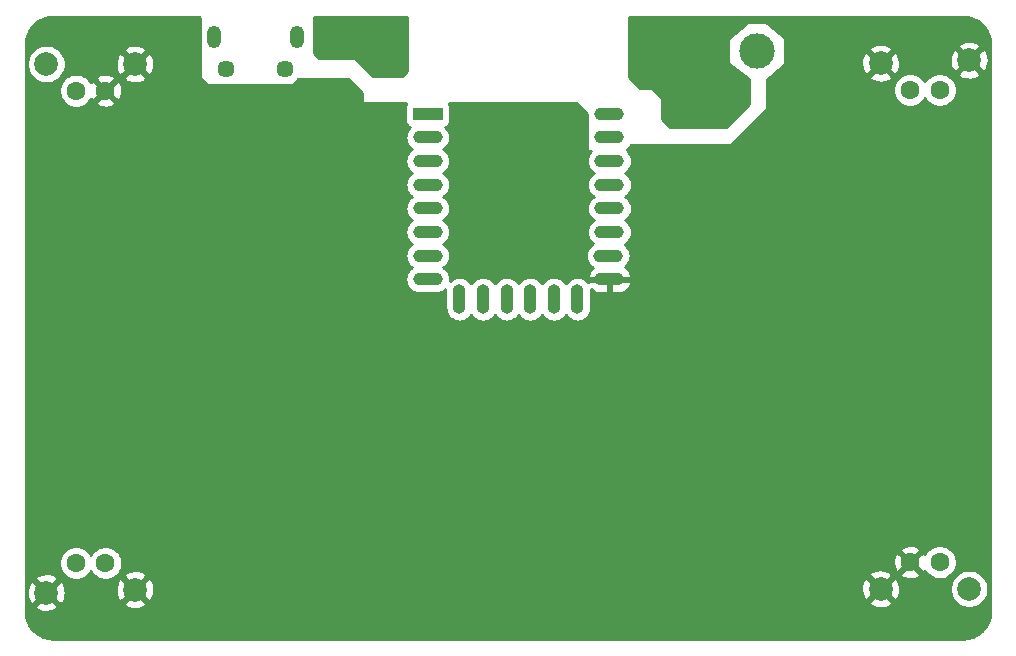
<source format=gbl>
%TF.GenerationSoftware,KiCad,Pcbnew,5.1.12-84ad8e8a86~92~ubuntu20.04.1*%
%TF.CreationDate,2022-11-18T17:27:09+01:00*%
%TF.ProjectId,pongCard,706f6e67-4361-4726-942e-6b696361645f,rev?*%
%TF.SameCoordinates,Original*%
%TF.FileFunction,Copper,L2,Bot*%
%TF.FilePolarity,Positive*%
%FSLAX46Y46*%
G04 Gerber Fmt 4.6, Leading zero omitted, Abs format (unit mm)*
G04 Created by KiCad (PCBNEW 5.1.12-84ad8e8a86~92~ubuntu20.04.1) date 2022-11-18 17:27:09*
%MOMM*%
%LPD*%
G01*
G04 APERTURE LIST*
%TA.AperFunction,ComponentPad*%
%ADD10C,1.600000*%
%TD*%
%TA.AperFunction,ComponentPad*%
%ADD11C,2.000000*%
%TD*%
%TA.AperFunction,ComponentPad*%
%ADD12O,1.100000X2.500000*%
%TD*%
%TA.AperFunction,ComponentPad*%
%ADD13O,2.500000X1.100000*%
%TD*%
%TA.AperFunction,ComponentPad*%
%ADD14R,2.500000X1.100000*%
%TD*%
%TA.AperFunction,ComponentPad*%
%ADD15O,1.200000X1.900000*%
%TD*%
%TA.AperFunction,ComponentPad*%
%ADD16C,1.450000*%
%TD*%
%TA.AperFunction,ComponentPad*%
%ADD17C,3.000000*%
%TD*%
%TA.AperFunction,Conductor*%
%ADD18C,0.254000*%
%TD*%
%TA.AperFunction,Conductor*%
%ADD19C,0.100000*%
%TD*%
%TA.AperFunction,NonConductor*%
%ADD20C,0.254000*%
%TD*%
%TA.AperFunction,NonConductor*%
%ADD21C,0.100000*%
%TD*%
G04 APERTURE END LIST*
D10*
%TO.P,RV2,2*%
%TO.N,Net-(R5-Pad2)*%
X65405000Y-67424000D03*
%TO.P,RV2,MP*%
%TO.N,GND*%
X67905000Y-67424000D03*
%TO.P,RV2,L*%
%TO.N,N/C*%
X67905000Y-107424000D03*
%TO.P,RV2,3*%
%TO.N,Net-(RV2-Pad3)*%
X65405000Y-107424000D03*
D11*
%TO.P,RV2,1*%
%TO.N,Net-(RV2-Pad1)*%
X62905000Y-65174000D03*
%TO.P,RV2,MP*%
%TO.N,GND*%
X70405000Y-65174000D03*
X70405000Y-109674000D03*
X62905000Y-109924000D03*
%TD*%
D10*
%TO.P,RV1,2*%
%TO.N,Net-(R5-Pad2)*%
X138537000Y-107358000D03*
%TO.P,RV1,MP*%
%TO.N,GND*%
X136037000Y-107358000D03*
%TO.P,RV1,L*%
%TO.N,N/C*%
X136037000Y-67358000D03*
%TO.P,RV1,3*%
%TO.N,Net-(RV1-Pad3)*%
X138537000Y-67358000D03*
D11*
%TO.P,RV1,1*%
%TO.N,Net-(RV1-Pad1)*%
X141037000Y-109608000D03*
%TO.P,RV1,MP*%
%TO.N,GND*%
X133537000Y-109608000D03*
X133537000Y-65108000D03*
X141037000Y-64858000D03*
%TD*%
D12*
%TO.P,U3,22*%
%TO.N,Net-(U3-Pad22)*%
X107875000Y-85090000D03*
%TO.P,U3,21*%
%TO.N,Net-(U3-Pad21)*%
X105875000Y-85090000D03*
%TO.P,U3,20*%
%TO.N,Net-(U3-Pad20)*%
X103875000Y-85090000D03*
%TO.P,U3,19*%
%TO.N,Net-(U3-Pad19)*%
X101875000Y-85090000D03*
%TO.P,U3,18*%
%TO.N,Net-(U3-Pad18)*%
X99875000Y-85090000D03*
%TO.P,U3,17*%
%TO.N,Net-(U3-Pad17)*%
X97875000Y-85090000D03*
D13*
%TO.P,U3,16*%
%TO.N,Net-(U3-Pad16)*%
X110585000Y-69390000D03*
%TO.P,U3,15*%
%TO.N,Ant*%
X110585000Y-71390000D03*
%TO.P,U3,14*%
%TO.N,Net-(RV1-Pad3)*%
X110585000Y-73390000D03*
%TO.P,U3,13*%
%TO.N,Net-(RV2-Pad3)*%
X110585000Y-75390000D03*
%TO.P,U3,12*%
%TO.N,Net-(U3-Pad12)*%
X110585000Y-77390000D03*
%TO.P,U3,11*%
%TO.N,Net-(U3-Pad11)*%
X110585000Y-79390000D03*
%TO.P,U3,10*%
%TO.N,Net-(U3-Pad10)*%
X110485000Y-81390000D03*
%TO.P,U3,9*%
%TO.N,GND*%
X110585000Y-83390000D03*
%TO.P,U3,8*%
%TO.N,+3V3*%
X95185000Y-83390000D03*
%TO.P,U3,7*%
%TO.N,Net-(U3-Pad7)*%
X95185000Y-81390000D03*
%TO.P,U3,6*%
%TO.N,Net-(U3-Pad6)*%
X95185000Y-79390000D03*
%TO.P,U3,5*%
%TO.N,Net-(U3-Pad5)*%
X95185000Y-77390000D03*
%TO.P,U3,4*%
%TO.N,Net-(U3-Pad4)*%
X95185000Y-75390000D03*
%TO.P,U3,3*%
%TO.N,Net-(U3-Pad3)*%
X95185000Y-73390000D03*
%TO.P,U3,2*%
%TO.N,Net-(R5-Pad2)*%
X95185000Y-71390000D03*
D14*
%TO.P,U3,1*%
%TO.N,Net-(R4-Pad2)*%
X95185000Y-69390000D03*
%TD*%
D15*
%TO.P,J1,6*%
%TO.N,Net-(J1-Pad6)*%
X77145000Y-62897500D03*
X84145000Y-62897500D03*
D16*
X78145000Y-65597500D03*
X83145000Y-65597500D03*
%TD*%
D17*
%TO.P,AE1,1*%
%TO.N,Ant*%
X123063000Y-64056000D03*
%TD*%
D18*
%TO.N,GND*%
X75946000Y-61314606D02*
X75946000Y-62245632D01*
X75927870Y-62305398D01*
X75910000Y-62486835D01*
X75910000Y-63308164D01*
X75927870Y-63489601D01*
X75946000Y-63549367D01*
X75946000Y-66342000D01*
X75948440Y-66366776D01*
X75955667Y-66390601D01*
X75967403Y-66412557D01*
X75983197Y-66431803D01*
X76491197Y-66939803D01*
X76510443Y-66955597D01*
X76532399Y-66967333D01*
X76556224Y-66974560D01*
X76581000Y-66977000D01*
X83693000Y-66977000D01*
X83717776Y-66974560D01*
X83741601Y-66967333D01*
X83763557Y-66955597D01*
X83782803Y-66939803D01*
X84253606Y-66469000D01*
X88466394Y-66469000D01*
X89662000Y-67664606D01*
X89662000Y-68374000D01*
X89664440Y-68398776D01*
X89671667Y-68422601D01*
X89683403Y-68444557D01*
X89699197Y-68463803D01*
X89718443Y-68479597D01*
X89740399Y-68491333D01*
X89764224Y-68498560D01*
X89789000Y-68501000D01*
X93396181Y-68501000D01*
X93345498Y-68595820D01*
X93309188Y-68715518D01*
X93296928Y-68840000D01*
X93296928Y-69940000D01*
X93309188Y-70064482D01*
X93345498Y-70184180D01*
X93404463Y-70294494D01*
X93483815Y-70391185D01*
X93580506Y-70470537D01*
X93675544Y-70521337D01*
X93643025Y-70548025D01*
X93494942Y-70728464D01*
X93384906Y-70934326D01*
X93317147Y-71157700D01*
X93294267Y-71390000D01*
X93317147Y-71622300D01*
X93384906Y-71845674D01*
X93494942Y-72051536D01*
X93643025Y-72231975D01*
X93823464Y-72380058D01*
X93842064Y-72390000D01*
X93823464Y-72399942D01*
X93643025Y-72548025D01*
X93494942Y-72728464D01*
X93384906Y-72934326D01*
X93317147Y-73157700D01*
X93294267Y-73390000D01*
X93317147Y-73622300D01*
X93384906Y-73845674D01*
X93494942Y-74051536D01*
X93643025Y-74231975D01*
X93823464Y-74380058D01*
X93842064Y-74390000D01*
X93823464Y-74399942D01*
X93643025Y-74548025D01*
X93494942Y-74728464D01*
X93384906Y-74934326D01*
X93317147Y-75157700D01*
X93294267Y-75390000D01*
X93317147Y-75622300D01*
X93384906Y-75845674D01*
X93494942Y-76051536D01*
X93643025Y-76231975D01*
X93823464Y-76380058D01*
X93842064Y-76390000D01*
X93823464Y-76399942D01*
X93643025Y-76548025D01*
X93494942Y-76728464D01*
X93384906Y-76934326D01*
X93317147Y-77157700D01*
X93294267Y-77390000D01*
X93317147Y-77622300D01*
X93384906Y-77845674D01*
X93494942Y-78051536D01*
X93643025Y-78231975D01*
X93823464Y-78380058D01*
X93842064Y-78390000D01*
X93823464Y-78399942D01*
X93643025Y-78548025D01*
X93494942Y-78728464D01*
X93384906Y-78934326D01*
X93317147Y-79157700D01*
X93294267Y-79390000D01*
X93317147Y-79622300D01*
X93384906Y-79845674D01*
X93494942Y-80051536D01*
X93643025Y-80231975D01*
X93823464Y-80380058D01*
X93842064Y-80390000D01*
X93823464Y-80399942D01*
X93643025Y-80548025D01*
X93494942Y-80728464D01*
X93384906Y-80934326D01*
X93317147Y-81157700D01*
X93294267Y-81390000D01*
X93317147Y-81622300D01*
X93384906Y-81845674D01*
X93494942Y-82051536D01*
X93643025Y-82231975D01*
X93823464Y-82380058D01*
X93842064Y-82390000D01*
X93823464Y-82399942D01*
X93643025Y-82548025D01*
X93494942Y-82728464D01*
X93384906Y-82934326D01*
X93317147Y-83157700D01*
X93294267Y-83390000D01*
X93317147Y-83622300D01*
X93384906Y-83845674D01*
X93494942Y-84051536D01*
X93643025Y-84231975D01*
X93823464Y-84380058D01*
X94029326Y-84490094D01*
X94252700Y-84557853D01*
X94426793Y-84575000D01*
X95943207Y-84575000D01*
X96117300Y-84557853D01*
X96340674Y-84490094D01*
X96546536Y-84380058D01*
X96697445Y-84256210D01*
X96690000Y-84331794D01*
X96690000Y-85848207D01*
X96707147Y-86022300D01*
X96774906Y-86245674D01*
X96884943Y-86451536D01*
X97033026Y-86631975D01*
X97213465Y-86780058D01*
X97419327Y-86890094D01*
X97642701Y-86957853D01*
X97875000Y-86980733D01*
X98107300Y-86957853D01*
X98330674Y-86890094D01*
X98536536Y-86780058D01*
X98716975Y-86631975D01*
X98865058Y-86451536D01*
X98875000Y-86432935D01*
X98884943Y-86451536D01*
X99033026Y-86631975D01*
X99213465Y-86780058D01*
X99419327Y-86890094D01*
X99642701Y-86957853D01*
X99875000Y-86980733D01*
X100107300Y-86957853D01*
X100330674Y-86890094D01*
X100536536Y-86780058D01*
X100716975Y-86631975D01*
X100865058Y-86451536D01*
X100875000Y-86432935D01*
X100884943Y-86451536D01*
X101033026Y-86631975D01*
X101213465Y-86780058D01*
X101419327Y-86890094D01*
X101642701Y-86957853D01*
X101875000Y-86980733D01*
X102107300Y-86957853D01*
X102330674Y-86890094D01*
X102536536Y-86780058D01*
X102716975Y-86631975D01*
X102865058Y-86451536D01*
X102875000Y-86432935D01*
X102884943Y-86451536D01*
X103033026Y-86631975D01*
X103213465Y-86780058D01*
X103419327Y-86890094D01*
X103642701Y-86957853D01*
X103875000Y-86980733D01*
X104107300Y-86957853D01*
X104330674Y-86890094D01*
X104536536Y-86780058D01*
X104716975Y-86631975D01*
X104865058Y-86451536D01*
X104875000Y-86432935D01*
X104884943Y-86451536D01*
X105033026Y-86631975D01*
X105213465Y-86780058D01*
X105419327Y-86890094D01*
X105642701Y-86957853D01*
X105875000Y-86980733D01*
X106107300Y-86957853D01*
X106330674Y-86890094D01*
X106536536Y-86780058D01*
X106716975Y-86631975D01*
X106865058Y-86451536D01*
X106875000Y-86432935D01*
X106884943Y-86451536D01*
X107033026Y-86631975D01*
X107213465Y-86780058D01*
X107419327Y-86890094D01*
X107642701Y-86957853D01*
X107875000Y-86980733D01*
X108107300Y-86957853D01*
X108330674Y-86890094D01*
X108536536Y-86780058D01*
X108716975Y-86631975D01*
X108865058Y-86451536D01*
X108975094Y-86245674D01*
X109042853Y-86022300D01*
X109060000Y-85848207D01*
X109060000Y-84331793D01*
X109050239Y-84232694D01*
X109121052Y-84304734D01*
X109314187Y-84436196D01*
X109529258Y-84527454D01*
X109758000Y-84575000D01*
X110458000Y-84575000D01*
X110458000Y-83517000D01*
X110712000Y-83517000D01*
X110712000Y-84575000D01*
X111412000Y-84575000D01*
X111640742Y-84527454D01*
X111855813Y-84436196D01*
X112048948Y-84304734D01*
X112212725Y-84138119D01*
X112340850Y-83942754D01*
X112428399Y-83726147D01*
X112428803Y-83699744D01*
X112303361Y-83517000D01*
X110712000Y-83517000D01*
X110458000Y-83517000D01*
X108866639Y-83517000D01*
X108786876Y-83633199D01*
X108716975Y-83548025D01*
X108536535Y-83399942D01*
X108330673Y-83289906D01*
X108107299Y-83222147D01*
X107875000Y-83199267D01*
X107642700Y-83222147D01*
X107419326Y-83289906D01*
X107213464Y-83399942D01*
X107033025Y-83548025D01*
X106884942Y-83728465D01*
X106875000Y-83747065D01*
X106865058Y-83728464D01*
X106716975Y-83548025D01*
X106536535Y-83399942D01*
X106330673Y-83289906D01*
X106107299Y-83222147D01*
X105875000Y-83199267D01*
X105642700Y-83222147D01*
X105419326Y-83289906D01*
X105213464Y-83399942D01*
X105033025Y-83548025D01*
X104884942Y-83728465D01*
X104875000Y-83747065D01*
X104865058Y-83728464D01*
X104716975Y-83548025D01*
X104536535Y-83399942D01*
X104330673Y-83289906D01*
X104107299Y-83222147D01*
X103875000Y-83199267D01*
X103642700Y-83222147D01*
X103419326Y-83289906D01*
X103213464Y-83399942D01*
X103033025Y-83548025D01*
X102884942Y-83728465D01*
X102875000Y-83747065D01*
X102865058Y-83728464D01*
X102716975Y-83548025D01*
X102536535Y-83399942D01*
X102330673Y-83289906D01*
X102107299Y-83222147D01*
X101875000Y-83199267D01*
X101642700Y-83222147D01*
X101419326Y-83289906D01*
X101213464Y-83399942D01*
X101033025Y-83548025D01*
X100884942Y-83728465D01*
X100875000Y-83747065D01*
X100865058Y-83728464D01*
X100716975Y-83548025D01*
X100536535Y-83399942D01*
X100330673Y-83289906D01*
X100107299Y-83222147D01*
X99875000Y-83199267D01*
X99642700Y-83222147D01*
X99419326Y-83289906D01*
X99213464Y-83399942D01*
X99033025Y-83548025D01*
X98884942Y-83728465D01*
X98875000Y-83747065D01*
X98865058Y-83728464D01*
X98716975Y-83548025D01*
X98536535Y-83399942D01*
X98330673Y-83289906D01*
X98107299Y-83222147D01*
X97875000Y-83199267D01*
X97642700Y-83222147D01*
X97419326Y-83289906D01*
X97213464Y-83399942D01*
X97062556Y-83523790D01*
X97075733Y-83390000D01*
X97052853Y-83157700D01*
X96985094Y-82934326D01*
X96875058Y-82728464D01*
X96726975Y-82548025D01*
X96546536Y-82399942D01*
X96527936Y-82390000D01*
X96546536Y-82380058D01*
X96726975Y-82231975D01*
X96875058Y-82051536D01*
X96985094Y-81845674D01*
X97052853Y-81622300D01*
X97075733Y-81390000D01*
X97052853Y-81157700D01*
X96985094Y-80934326D01*
X96875058Y-80728464D01*
X96726975Y-80548025D01*
X96546536Y-80399942D01*
X96527936Y-80390000D01*
X96546536Y-80380058D01*
X96726975Y-80231975D01*
X96875058Y-80051536D01*
X96985094Y-79845674D01*
X97052853Y-79622300D01*
X97075733Y-79390000D01*
X97052853Y-79157700D01*
X96985094Y-78934326D01*
X96875058Y-78728464D01*
X96726975Y-78548025D01*
X96546536Y-78399942D01*
X96527936Y-78390000D01*
X96546536Y-78380058D01*
X96726975Y-78231975D01*
X96875058Y-78051536D01*
X96985094Y-77845674D01*
X97052853Y-77622300D01*
X97075733Y-77390000D01*
X97052853Y-77157700D01*
X96985094Y-76934326D01*
X96875058Y-76728464D01*
X96726975Y-76548025D01*
X96546536Y-76399942D01*
X96527936Y-76390000D01*
X96546536Y-76380058D01*
X96726975Y-76231975D01*
X96875058Y-76051536D01*
X96985094Y-75845674D01*
X97052853Y-75622300D01*
X97075733Y-75390000D01*
X97052853Y-75157700D01*
X96985094Y-74934326D01*
X96875058Y-74728464D01*
X96726975Y-74548025D01*
X96546536Y-74399942D01*
X96527936Y-74390000D01*
X96546536Y-74380058D01*
X96726975Y-74231975D01*
X96875058Y-74051536D01*
X96985094Y-73845674D01*
X97052853Y-73622300D01*
X97075733Y-73390000D01*
X97052853Y-73157700D01*
X96985094Y-72934326D01*
X96875058Y-72728464D01*
X96726975Y-72548025D01*
X96546536Y-72399942D01*
X96527936Y-72390000D01*
X96546536Y-72380058D01*
X96726975Y-72231975D01*
X96875058Y-72051536D01*
X96985094Y-71845674D01*
X97052853Y-71622300D01*
X97075733Y-71390000D01*
X97052853Y-71157700D01*
X96985094Y-70934326D01*
X96875058Y-70728464D01*
X96726975Y-70548025D01*
X96694456Y-70521337D01*
X96789494Y-70470537D01*
X96886185Y-70391185D01*
X96965537Y-70294494D01*
X97024502Y-70184180D01*
X97060812Y-70064482D01*
X97073072Y-69940000D01*
X97073072Y-68840000D01*
X97060812Y-68715518D01*
X97024502Y-68595820D01*
X96973819Y-68501000D01*
X107770394Y-68501000D01*
X108698077Y-69428683D01*
X108712000Y-69570043D01*
X108712000Y-71209957D01*
X108694267Y-71390000D01*
X108712000Y-71570043D01*
X108712000Y-72438000D01*
X108714440Y-72462776D01*
X108721667Y-72486601D01*
X108733403Y-72508557D01*
X108749197Y-72527803D01*
X108768443Y-72543597D01*
X108790399Y-72555333D01*
X108814224Y-72562560D01*
X108839000Y-72565000D01*
X109029094Y-72565000D01*
X108894942Y-72728464D01*
X108784906Y-72934326D01*
X108717147Y-73157700D01*
X108694267Y-73390000D01*
X108717147Y-73622300D01*
X108784906Y-73845674D01*
X108894942Y-74051536D01*
X109043025Y-74231975D01*
X109223464Y-74380058D01*
X109242064Y-74390000D01*
X109223464Y-74399942D01*
X109043025Y-74548025D01*
X108894942Y-74728464D01*
X108784906Y-74934326D01*
X108717147Y-75157700D01*
X108694267Y-75390000D01*
X108717147Y-75622300D01*
X108784906Y-75845674D01*
X108894942Y-76051536D01*
X109043025Y-76231975D01*
X109223464Y-76380058D01*
X109242064Y-76390000D01*
X109223464Y-76399942D01*
X109043025Y-76548025D01*
X108894942Y-76728464D01*
X108784906Y-76934326D01*
X108717147Y-77157700D01*
X108694267Y-77390000D01*
X108717147Y-77622300D01*
X108784906Y-77845674D01*
X108894942Y-78051536D01*
X109043025Y-78231975D01*
X109223464Y-78380058D01*
X109242064Y-78390000D01*
X109223464Y-78399942D01*
X109043025Y-78548025D01*
X108894942Y-78728464D01*
X108784906Y-78934326D01*
X108717147Y-79157700D01*
X108694267Y-79390000D01*
X108717147Y-79622300D01*
X108784906Y-79845674D01*
X108894942Y-80051536D01*
X109043025Y-80231975D01*
X109198695Y-80359730D01*
X109123464Y-80399942D01*
X108943025Y-80548025D01*
X108794942Y-80728464D01*
X108684906Y-80934326D01*
X108617147Y-81157700D01*
X108594267Y-81390000D01*
X108617147Y-81622300D01*
X108684906Y-81845674D01*
X108794942Y-82051536D01*
X108943025Y-82231975D01*
X109123464Y-82380058D01*
X109200461Y-82421214D01*
X109121052Y-82475266D01*
X108957275Y-82641881D01*
X108829150Y-82837246D01*
X108741601Y-83053853D01*
X108741197Y-83080256D01*
X108866639Y-83263000D01*
X110458000Y-83263000D01*
X110458000Y-83243000D01*
X110712000Y-83243000D01*
X110712000Y-83263000D01*
X112303361Y-83263000D01*
X112428803Y-83080256D01*
X112428399Y-83053853D01*
X112340850Y-82837246D01*
X112212725Y-82641881D01*
X112048948Y-82475266D01*
X111874889Y-82356789D01*
X112026975Y-82231975D01*
X112175058Y-82051536D01*
X112285094Y-81845674D01*
X112352853Y-81622300D01*
X112375733Y-81390000D01*
X112352853Y-81157700D01*
X112285094Y-80934326D01*
X112175058Y-80728464D01*
X112026975Y-80548025D01*
X111871305Y-80420270D01*
X111946536Y-80380058D01*
X112126975Y-80231975D01*
X112275058Y-80051536D01*
X112385094Y-79845674D01*
X112452853Y-79622300D01*
X112475733Y-79390000D01*
X112452853Y-79157700D01*
X112385094Y-78934326D01*
X112275058Y-78728464D01*
X112126975Y-78548025D01*
X111946536Y-78399942D01*
X111927936Y-78390000D01*
X111946536Y-78380058D01*
X112126975Y-78231975D01*
X112275058Y-78051536D01*
X112385094Y-77845674D01*
X112452853Y-77622300D01*
X112475733Y-77390000D01*
X112452853Y-77157700D01*
X112385094Y-76934326D01*
X112275058Y-76728464D01*
X112126975Y-76548025D01*
X111946536Y-76399942D01*
X111927936Y-76390000D01*
X111946536Y-76380058D01*
X112126975Y-76231975D01*
X112275058Y-76051536D01*
X112385094Y-75845674D01*
X112452853Y-75622300D01*
X112475733Y-75390000D01*
X112452853Y-75157700D01*
X112385094Y-74934326D01*
X112275058Y-74728464D01*
X112126975Y-74548025D01*
X111946536Y-74399942D01*
X111927936Y-74390000D01*
X111946536Y-74380058D01*
X112126975Y-74231975D01*
X112275058Y-74051536D01*
X112385094Y-73845674D01*
X112452853Y-73622300D01*
X112475733Y-73390000D01*
X112452853Y-73157700D01*
X112385094Y-72934326D01*
X112275058Y-72728464D01*
X112126975Y-72548025D01*
X112033387Y-72471219D01*
X112447606Y-72057000D01*
X120777000Y-72057000D01*
X120801776Y-72054560D01*
X120825601Y-72047333D01*
X120847557Y-72035597D01*
X120866803Y-72019803D01*
X123914803Y-68971803D01*
X123930597Y-68952557D01*
X123942333Y-68930601D01*
X123949560Y-68906776D01*
X123952000Y-68882000D01*
X123952000Y-67216665D01*
X134602000Y-67216665D01*
X134602000Y-67499335D01*
X134657147Y-67776574D01*
X134765320Y-68037727D01*
X134922363Y-68272759D01*
X135122241Y-68472637D01*
X135357273Y-68629680D01*
X135618426Y-68737853D01*
X135895665Y-68793000D01*
X136178335Y-68793000D01*
X136455574Y-68737853D01*
X136716727Y-68629680D01*
X136951759Y-68472637D01*
X137151637Y-68272759D01*
X137287000Y-68070173D01*
X137422363Y-68272759D01*
X137622241Y-68472637D01*
X137857273Y-68629680D01*
X138118426Y-68737853D01*
X138395665Y-68793000D01*
X138678335Y-68793000D01*
X138955574Y-68737853D01*
X139216727Y-68629680D01*
X139451759Y-68472637D01*
X139651637Y-68272759D01*
X139808680Y-68037727D01*
X139916853Y-67776574D01*
X139972000Y-67499335D01*
X139972000Y-67216665D01*
X139916853Y-66939426D01*
X139808680Y-66678273D01*
X139651637Y-66443241D01*
X139451759Y-66243363D01*
X139216727Y-66086320D01*
X138992430Y-65993413D01*
X140081192Y-65993413D01*
X140176956Y-66257814D01*
X140466571Y-66398704D01*
X140778108Y-66480384D01*
X141099595Y-66499718D01*
X141418675Y-66455961D01*
X141723088Y-66350795D01*
X141897044Y-66257814D01*
X141992808Y-65993413D01*
X141037000Y-65037605D01*
X140081192Y-65993413D01*
X138992430Y-65993413D01*
X138955574Y-65978147D01*
X138678335Y-65923000D01*
X138395665Y-65923000D01*
X138118426Y-65978147D01*
X137857273Y-66086320D01*
X137622241Y-66243363D01*
X137422363Y-66443241D01*
X137287000Y-66645827D01*
X137151637Y-66443241D01*
X136951759Y-66243363D01*
X136716727Y-66086320D01*
X136455574Y-65978147D01*
X136178335Y-65923000D01*
X135895665Y-65923000D01*
X135618426Y-65978147D01*
X135357273Y-66086320D01*
X135122241Y-66243363D01*
X134922363Y-66443241D01*
X134765320Y-66678273D01*
X134657147Y-66939426D01*
X134602000Y-67216665D01*
X123952000Y-67216665D01*
X123952000Y-66401483D01*
X124141683Y-66243413D01*
X132581192Y-66243413D01*
X132676956Y-66507814D01*
X132966571Y-66648704D01*
X133278108Y-66730384D01*
X133599595Y-66749718D01*
X133918675Y-66705961D01*
X134223088Y-66600795D01*
X134397044Y-66507814D01*
X134492808Y-66243413D01*
X133537000Y-65287605D01*
X132581192Y-66243413D01*
X124141683Y-66243413D01*
X125429065Y-65170595D01*
X131895282Y-65170595D01*
X131939039Y-65489675D01*
X132044205Y-65794088D01*
X132137186Y-65968044D01*
X132401587Y-66063808D01*
X133357395Y-65108000D01*
X133716605Y-65108000D01*
X134672413Y-66063808D01*
X134936814Y-65968044D01*
X135077704Y-65678429D01*
X135159384Y-65366892D01*
X135178718Y-65045405D01*
X135161603Y-64920595D01*
X139395282Y-64920595D01*
X139439039Y-65239675D01*
X139544205Y-65544088D01*
X139637186Y-65718044D01*
X139901587Y-65813808D01*
X140857395Y-64858000D01*
X141216605Y-64858000D01*
X142172413Y-65813808D01*
X142436814Y-65718044D01*
X142577704Y-65428429D01*
X142659384Y-65116892D01*
X142678718Y-64795405D01*
X142634961Y-64476325D01*
X142529795Y-64171912D01*
X142436814Y-63997956D01*
X142172413Y-63902192D01*
X141216605Y-64858000D01*
X140857395Y-64858000D01*
X139901587Y-63902192D01*
X139637186Y-63997956D01*
X139496296Y-64287571D01*
X139414616Y-64599108D01*
X139395282Y-64920595D01*
X135161603Y-64920595D01*
X135134961Y-64726325D01*
X135029795Y-64421912D01*
X134936814Y-64247956D01*
X134672413Y-64152192D01*
X133716605Y-65108000D01*
X133357395Y-65108000D01*
X132401587Y-64152192D01*
X132137186Y-64247956D01*
X131996296Y-64537571D01*
X131914616Y-64849108D01*
X131895282Y-65170595D01*
X125429065Y-65170595D01*
X125430303Y-65169564D01*
X125447775Y-65151828D01*
X125461451Y-65131024D01*
X125470805Y-65107952D01*
X125476000Y-65072000D01*
X125476000Y-63972587D01*
X132581192Y-63972587D01*
X133537000Y-64928395D01*
X134492808Y-63972587D01*
X134402260Y-63722587D01*
X140081192Y-63722587D01*
X141037000Y-64678395D01*
X141992808Y-63722587D01*
X141897044Y-63458186D01*
X141607429Y-63317296D01*
X141295892Y-63235616D01*
X140974405Y-63216282D01*
X140655325Y-63260039D01*
X140350912Y-63365205D01*
X140176956Y-63458186D01*
X140081192Y-63722587D01*
X134402260Y-63722587D01*
X134397044Y-63708186D01*
X134107429Y-63567296D01*
X133795892Y-63485616D01*
X133474405Y-63466282D01*
X133155325Y-63510039D01*
X132850912Y-63615205D01*
X132676956Y-63708186D01*
X132581192Y-63972587D01*
X125476000Y-63972587D01*
X125476000Y-63040000D01*
X125473560Y-63015224D01*
X125466333Y-62991399D01*
X125454597Y-62969443D01*
X125430303Y-62942436D01*
X123906303Y-61672436D01*
X123885707Y-61658449D01*
X123862778Y-61648749D01*
X123838398Y-61643709D01*
X123825000Y-61643000D01*
X122301000Y-61643000D01*
X122276224Y-61645440D01*
X122252399Y-61652667D01*
X122230443Y-61664403D01*
X122219697Y-61672436D01*
X120695697Y-62942436D01*
X120678225Y-62960172D01*
X120664549Y-62980976D01*
X120655195Y-63004048D01*
X120650000Y-63040000D01*
X120650000Y-65072000D01*
X120652440Y-65096776D01*
X120659667Y-65120601D01*
X120671403Y-65142557D01*
X120687197Y-65161803D01*
X120703183Y-65175344D01*
X122428000Y-66407356D01*
X122428000Y-68575394D01*
X120470394Y-70533000D01*
X115749606Y-70533000D01*
X115062000Y-69845394D01*
X115062000Y-68120000D01*
X115059560Y-68095224D01*
X115052333Y-68071399D01*
X115040597Y-68049443D01*
X115024803Y-68030197D01*
X114262803Y-67268197D01*
X114243557Y-67252403D01*
X114221601Y-67240667D01*
X114197776Y-67233440D01*
X114173000Y-67231000D01*
X113209606Y-67231000D01*
X112268000Y-66289394D01*
X112268000Y-61160000D01*
X140467721Y-61160000D01*
X140953893Y-61207670D01*
X141390498Y-61339489D01*
X141793185Y-61553600D01*
X142146612Y-61841848D01*
X142437327Y-62193261D01*
X142654242Y-62594439D01*
X142789106Y-63030113D01*
X142840000Y-63514344D01*
X142840001Y-111467711D01*
X142792330Y-111953894D01*
X142660512Y-112390497D01*
X142446399Y-112793186D01*
X142158150Y-113146613D01*
X141806739Y-113437327D01*
X141405564Y-113654240D01*
X140969886Y-113789106D01*
X140485664Y-113840000D01*
X63532279Y-113840000D01*
X63046106Y-113792330D01*
X62609503Y-113660512D01*
X62206814Y-113446399D01*
X61853387Y-113158150D01*
X61562673Y-112806739D01*
X61345760Y-112405564D01*
X61210894Y-111969886D01*
X61160000Y-111485664D01*
X61160000Y-111059413D01*
X61949192Y-111059413D01*
X62044956Y-111323814D01*
X62334571Y-111464704D01*
X62646108Y-111546384D01*
X62967595Y-111565718D01*
X63286675Y-111521961D01*
X63591088Y-111416795D01*
X63765044Y-111323814D01*
X63860808Y-111059413D01*
X62905000Y-110103605D01*
X61949192Y-111059413D01*
X61160000Y-111059413D01*
X61160000Y-109986595D01*
X61263282Y-109986595D01*
X61307039Y-110305675D01*
X61412205Y-110610088D01*
X61505186Y-110784044D01*
X61769587Y-110879808D01*
X62725395Y-109924000D01*
X63084605Y-109924000D01*
X64040413Y-110879808D01*
X64234771Y-110809413D01*
X69449192Y-110809413D01*
X69544956Y-111073814D01*
X69834571Y-111214704D01*
X70146108Y-111296384D01*
X70467595Y-111315718D01*
X70786675Y-111271961D01*
X71091088Y-111166795D01*
X71265044Y-111073814D01*
X71360808Y-110809413D01*
X71294808Y-110743413D01*
X132581192Y-110743413D01*
X132676956Y-111007814D01*
X132966571Y-111148704D01*
X133278108Y-111230384D01*
X133599595Y-111249718D01*
X133918675Y-111205961D01*
X134223088Y-111100795D01*
X134397044Y-111007814D01*
X134492808Y-110743413D01*
X133537000Y-109787605D01*
X132581192Y-110743413D01*
X71294808Y-110743413D01*
X70405000Y-109853605D01*
X69449192Y-110809413D01*
X64234771Y-110809413D01*
X64304814Y-110784044D01*
X64445704Y-110494429D01*
X64527384Y-110182892D01*
X64546718Y-109861405D01*
X64529603Y-109736595D01*
X68763282Y-109736595D01*
X68807039Y-110055675D01*
X68912205Y-110360088D01*
X69005186Y-110534044D01*
X69269587Y-110629808D01*
X70225395Y-109674000D01*
X70584605Y-109674000D01*
X71540413Y-110629808D01*
X71804814Y-110534044D01*
X71945704Y-110244429D01*
X72027384Y-109932892D01*
X72043158Y-109670595D01*
X131895282Y-109670595D01*
X131939039Y-109989675D01*
X132044205Y-110294088D01*
X132137186Y-110468044D01*
X132401587Y-110563808D01*
X133357395Y-109608000D01*
X133716605Y-109608000D01*
X134672413Y-110563808D01*
X134936814Y-110468044D01*
X135077704Y-110178429D01*
X135159384Y-109866892D01*
X135178718Y-109545405D01*
X135165219Y-109446967D01*
X139402000Y-109446967D01*
X139402000Y-109769033D01*
X139464832Y-110084912D01*
X139588082Y-110382463D01*
X139767013Y-110650252D01*
X139994748Y-110877987D01*
X140262537Y-111056918D01*
X140560088Y-111180168D01*
X140875967Y-111243000D01*
X141198033Y-111243000D01*
X141513912Y-111180168D01*
X141811463Y-111056918D01*
X142079252Y-110877987D01*
X142306987Y-110650252D01*
X142485918Y-110382463D01*
X142609168Y-110084912D01*
X142672000Y-109769033D01*
X142672000Y-109446967D01*
X142609168Y-109131088D01*
X142485918Y-108833537D01*
X142306987Y-108565748D01*
X142079252Y-108338013D01*
X141811463Y-108159082D01*
X141513912Y-108035832D01*
X141198033Y-107973000D01*
X140875967Y-107973000D01*
X140560088Y-108035832D01*
X140262537Y-108159082D01*
X139994748Y-108338013D01*
X139767013Y-108565748D01*
X139588082Y-108833537D01*
X139464832Y-109131088D01*
X139402000Y-109446967D01*
X135165219Y-109446967D01*
X135134961Y-109226325D01*
X135029795Y-108921912D01*
X134936814Y-108747956D01*
X134672413Y-108652192D01*
X133716605Y-109608000D01*
X133357395Y-109608000D01*
X132401587Y-108652192D01*
X132137186Y-108747956D01*
X131996296Y-109037571D01*
X131914616Y-109349108D01*
X131895282Y-109670595D01*
X72043158Y-109670595D01*
X72046718Y-109611405D01*
X72002961Y-109292325D01*
X71897795Y-108987912D01*
X71804814Y-108813956D01*
X71540413Y-108718192D01*
X70584605Y-109674000D01*
X70225395Y-109674000D01*
X69269587Y-108718192D01*
X69005186Y-108813956D01*
X68864296Y-109103571D01*
X68782616Y-109415108D01*
X68763282Y-109736595D01*
X64529603Y-109736595D01*
X64502961Y-109542325D01*
X64397795Y-109237912D01*
X64304814Y-109063956D01*
X64040413Y-108968192D01*
X63084605Y-109924000D01*
X62725395Y-109924000D01*
X61769587Y-108968192D01*
X61505186Y-109063956D01*
X61364296Y-109353571D01*
X61282616Y-109665108D01*
X61263282Y-109986595D01*
X61160000Y-109986595D01*
X61160000Y-108788587D01*
X61949192Y-108788587D01*
X62905000Y-109744395D01*
X63860808Y-108788587D01*
X63765044Y-108524186D01*
X63475429Y-108383296D01*
X63163892Y-108301616D01*
X62842405Y-108282282D01*
X62523325Y-108326039D01*
X62218912Y-108431205D01*
X62044956Y-108524186D01*
X61949192Y-108788587D01*
X61160000Y-108788587D01*
X61160000Y-107282665D01*
X63970000Y-107282665D01*
X63970000Y-107565335D01*
X64025147Y-107842574D01*
X64133320Y-108103727D01*
X64290363Y-108338759D01*
X64490241Y-108538637D01*
X64725273Y-108695680D01*
X64986426Y-108803853D01*
X65263665Y-108859000D01*
X65546335Y-108859000D01*
X65823574Y-108803853D01*
X66084727Y-108695680D01*
X66319759Y-108538637D01*
X66519637Y-108338759D01*
X66655000Y-108136173D01*
X66790363Y-108338759D01*
X66990241Y-108538637D01*
X67225273Y-108695680D01*
X67486426Y-108803853D01*
X67763665Y-108859000D01*
X68046335Y-108859000D01*
X68323574Y-108803853D01*
X68584727Y-108695680D01*
X68819759Y-108538637D01*
X68819809Y-108538587D01*
X69449192Y-108538587D01*
X70405000Y-109494395D01*
X71360808Y-108538587D01*
X71336904Y-108472587D01*
X132581192Y-108472587D01*
X133537000Y-109428395D01*
X134492808Y-108472587D01*
X134448663Y-108350702D01*
X135223903Y-108350702D01*
X135295486Y-108594671D01*
X135550996Y-108715571D01*
X135825184Y-108784300D01*
X136107512Y-108798217D01*
X136387130Y-108756787D01*
X136653292Y-108661603D01*
X136778514Y-108594671D01*
X136850097Y-108350702D01*
X136037000Y-107537605D01*
X135223903Y-108350702D01*
X134448663Y-108350702D01*
X134397044Y-108208186D01*
X134107429Y-108067296D01*
X133795892Y-107985616D01*
X133474405Y-107966282D01*
X133155325Y-108010039D01*
X132850912Y-108115205D01*
X132676956Y-108208186D01*
X132581192Y-108472587D01*
X71336904Y-108472587D01*
X71265044Y-108274186D01*
X70975429Y-108133296D01*
X70663892Y-108051616D01*
X70342405Y-108032282D01*
X70023325Y-108076039D01*
X69718912Y-108181205D01*
X69544956Y-108274186D01*
X69449192Y-108538587D01*
X68819809Y-108538587D01*
X69019637Y-108338759D01*
X69176680Y-108103727D01*
X69284853Y-107842574D01*
X69340000Y-107565335D01*
X69340000Y-107428512D01*
X134596783Y-107428512D01*
X134638213Y-107708130D01*
X134733397Y-107974292D01*
X134800329Y-108099514D01*
X135044298Y-108171097D01*
X135857395Y-107358000D01*
X136216605Y-107358000D01*
X137029702Y-108171097D01*
X137273671Y-108099514D01*
X137287324Y-108070659D01*
X137422363Y-108272759D01*
X137622241Y-108472637D01*
X137857273Y-108629680D01*
X138118426Y-108737853D01*
X138395665Y-108793000D01*
X138678335Y-108793000D01*
X138955574Y-108737853D01*
X139216727Y-108629680D01*
X139451759Y-108472637D01*
X139651637Y-108272759D01*
X139808680Y-108037727D01*
X139916853Y-107776574D01*
X139972000Y-107499335D01*
X139972000Y-107216665D01*
X139916853Y-106939426D01*
X139808680Y-106678273D01*
X139651637Y-106443241D01*
X139451759Y-106243363D01*
X139216727Y-106086320D01*
X138955574Y-105978147D01*
X138678335Y-105923000D01*
X138395665Y-105923000D01*
X138118426Y-105978147D01*
X137857273Y-106086320D01*
X137622241Y-106243363D01*
X137422363Y-106443241D01*
X137288308Y-106643869D01*
X137273671Y-106616486D01*
X137029702Y-106544903D01*
X136216605Y-107358000D01*
X135857395Y-107358000D01*
X135044298Y-106544903D01*
X134800329Y-106616486D01*
X134679429Y-106871996D01*
X134610700Y-107146184D01*
X134596783Y-107428512D01*
X69340000Y-107428512D01*
X69340000Y-107282665D01*
X69284853Y-107005426D01*
X69176680Y-106744273D01*
X69019637Y-106509241D01*
X68875694Y-106365298D01*
X135223903Y-106365298D01*
X136037000Y-107178395D01*
X136850097Y-106365298D01*
X136778514Y-106121329D01*
X136523004Y-106000429D01*
X136248816Y-105931700D01*
X135966488Y-105917783D01*
X135686870Y-105959213D01*
X135420708Y-106054397D01*
X135295486Y-106121329D01*
X135223903Y-106365298D01*
X68875694Y-106365298D01*
X68819759Y-106309363D01*
X68584727Y-106152320D01*
X68323574Y-106044147D01*
X68046335Y-105989000D01*
X67763665Y-105989000D01*
X67486426Y-106044147D01*
X67225273Y-106152320D01*
X66990241Y-106309363D01*
X66790363Y-106509241D01*
X66655000Y-106711827D01*
X66519637Y-106509241D01*
X66319759Y-106309363D01*
X66084727Y-106152320D01*
X65823574Y-106044147D01*
X65546335Y-105989000D01*
X65263665Y-105989000D01*
X64986426Y-106044147D01*
X64725273Y-106152320D01*
X64490241Y-106309363D01*
X64290363Y-106509241D01*
X64133320Y-106744273D01*
X64025147Y-107005426D01*
X63970000Y-107282665D01*
X61160000Y-107282665D01*
X61160000Y-67282665D01*
X63970000Y-67282665D01*
X63970000Y-67565335D01*
X64025147Y-67842574D01*
X64133320Y-68103727D01*
X64290363Y-68338759D01*
X64490241Y-68538637D01*
X64725273Y-68695680D01*
X64986426Y-68803853D01*
X65263665Y-68859000D01*
X65546335Y-68859000D01*
X65823574Y-68803853D01*
X66084727Y-68695680D01*
X66319759Y-68538637D01*
X66441694Y-68416702D01*
X67091903Y-68416702D01*
X67163486Y-68660671D01*
X67418996Y-68781571D01*
X67693184Y-68850300D01*
X67975512Y-68864217D01*
X68255130Y-68822787D01*
X68521292Y-68727603D01*
X68646514Y-68660671D01*
X68718097Y-68416702D01*
X67905000Y-67603605D01*
X67091903Y-68416702D01*
X66441694Y-68416702D01*
X66519637Y-68338759D01*
X66653692Y-68138131D01*
X66668329Y-68165514D01*
X66912298Y-68237097D01*
X67725395Y-67424000D01*
X68084605Y-67424000D01*
X68897702Y-68237097D01*
X69141671Y-68165514D01*
X69262571Y-67910004D01*
X69331300Y-67635816D01*
X69345217Y-67353488D01*
X69303787Y-67073870D01*
X69208603Y-66807708D01*
X69141671Y-66682486D01*
X68897702Y-66610903D01*
X68084605Y-67424000D01*
X67725395Y-67424000D01*
X66912298Y-66610903D01*
X66668329Y-66682486D01*
X66654676Y-66711341D01*
X66519637Y-66509241D01*
X66441694Y-66431298D01*
X67091903Y-66431298D01*
X67905000Y-67244395D01*
X68718097Y-66431298D01*
X68682335Y-66309413D01*
X69449192Y-66309413D01*
X69544956Y-66573814D01*
X69834571Y-66714704D01*
X70146108Y-66796384D01*
X70467595Y-66815718D01*
X70786675Y-66771961D01*
X71091088Y-66666795D01*
X71265044Y-66573814D01*
X71360808Y-66309413D01*
X70405000Y-65353605D01*
X69449192Y-66309413D01*
X68682335Y-66309413D01*
X68646514Y-66187329D01*
X68391004Y-66066429D01*
X68116816Y-65997700D01*
X67834488Y-65983783D01*
X67554870Y-66025213D01*
X67288708Y-66120397D01*
X67163486Y-66187329D01*
X67091903Y-66431298D01*
X66441694Y-66431298D01*
X66319759Y-66309363D01*
X66084727Y-66152320D01*
X65823574Y-66044147D01*
X65546335Y-65989000D01*
X65263665Y-65989000D01*
X64986426Y-66044147D01*
X64725273Y-66152320D01*
X64490241Y-66309363D01*
X64290363Y-66509241D01*
X64133320Y-66744273D01*
X64025147Y-67005426D01*
X63970000Y-67282665D01*
X61160000Y-67282665D01*
X61160000Y-65012967D01*
X61270000Y-65012967D01*
X61270000Y-65335033D01*
X61332832Y-65650912D01*
X61456082Y-65948463D01*
X61635013Y-66216252D01*
X61862748Y-66443987D01*
X62130537Y-66622918D01*
X62428088Y-66746168D01*
X62743967Y-66809000D01*
X63066033Y-66809000D01*
X63381912Y-66746168D01*
X63679463Y-66622918D01*
X63947252Y-66443987D01*
X64174987Y-66216252D01*
X64353918Y-65948463D01*
X64477168Y-65650912D01*
X64540000Y-65335033D01*
X64540000Y-65236595D01*
X68763282Y-65236595D01*
X68807039Y-65555675D01*
X68912205Y-65860088D01*
X69005186Y-66034044D01*
X69269587Y-66129808D01*
X70225395Y-65174000D01*
X70584605Y-65174000D01*
X71540413Y-66129808D01*
X71804814Y-66034044D01*
X71945704Y-65744429D01*
X72027384Y-65432892D01*
X72046718Y-65111405D01*
X72002961Y-64792325D01*
X71897795Y-64487912D01*
X71804814Y-64313956D01*
X71540413Y-64218192D01*
X70584605Y-65174000D01*
X70225395Y-65174000D01*
X69269587Y-64218192D01*
X69005186Y-64313956D01*
X68864296Y-64603571D01*
X68782616Y-64915108D01*
X68763282Y-65236595D01*
X64540000Y-65236595D01*
X64540000Y-65012967D01*
X64477168Y-64697088D01*
X64353918Y-64399537D01*
X64174987Y-64131748D01*
X64081826Y-64038587D01*
X69449192Y-64038587D01*
X70405000Y-64994395D01*
X71360808Y-64038587D01*
X71265044Y-63774186D01*
X70975429Y-63633296D01*
X70663892Y-63551616D01*
X70342405Y-63532282D01*
X70023325Y-63576039D01*
X69718912Y-63681205D01*
X69544956Y-63774186D01*
X69449192Y-64038587D01*
X64081826Y-64038587D01*
X63947252Y-63904013D01*
X63679463Y-63725082D01*
X63381912Y-63601832D01*
X63066033Y-63539000D01*
X62743967Y-63539000D01*
X62428088Y-63601832D01*
X62130537Y-63725082D01*
X61862748Y-63904013D01*
X61635013Y-64131748D01*
X61456082Y-64399537D01*
X61332832Y-64697088D01*
X61270000Y-65012967D01*
X61160000Y-65012967D01*
X61160000Y-63532279D01*
X61207670Y-63046107D01*
X61339489Y-62609502D01*
X61553600Y-62206815D01*
X61841848Y-61853388D01*
X62193261Y-61562673D01*
X62594439Y-61345758D01*
X63030113Y-61210894D01*
X63514344Y-61160000D01*
X75791394Y-61160000D01*
X75946000Y-61314606D01*
%TA.AperFunction,Conductor*%
D19*
G36*
X75946000Y-61314606D02*
G01*
X75946000Y-62245632D01*
X75927870Y-62305398D01*
X75910000Y-62486835D01*
X75910000Y-63308164D01*
X75927870Y-63489601D01*
X75946000Y-63549367D01*
X75946000Y-66342000D01*
X75948440Y-66366776D01*
X75955667Y-66390601D01*
X75967403Y-66412557D01*
X75983197Y-66431803D01*
X76491197Y-66939803D01*
X76510443Y-66955597D01*
X76532399Y-66967333D01*
X76556224Y-66974560D01*
X76581000Y-66977000D01*
X83693000Y-66977000D01*
X83717776Y-66974560D01*
X83741601Y-66967333D01*
X83763557Y-66955597D01*
X83782803Y-66939803D01*
X84253606Y-66469000D01*
X88466394Y-66469000D01*
X89662000Y-67664606D01*
X89662000Y-68374000D01*
X89664440Y-68398776D01*
X89671667Y-68422601D01*
X89683403Y-68444557D01*
X89699197Y-68463803D01*
X89718443Y-68479597D01*
X89740399Y-68491333D01*
X89764224Y-68498560D01*
X89789000Y-68501000D01*
X93396181Y-68501000D01*
X93345498Y-68595820D01*
X93309188Y-68715518D01*
X93296928Y-68840000D01*
X93296928Y-69940000D01*
X93309188Y-70064482D01*
X93345498Y-70184180D01*
X93404463Y-70294494D01*
X93483815Y-70391185D01*
X93580506Y-70470537D01*
X93675544Y-70521337D01*
X93643025Y-70548025D01*
X93494942Y-70728464D01*
X93384906Y-70934326D01*
X93317147Y-71157700D01*
X93294267Y-71390000D01*
X93317147Y-71622300D01*
X93384906Y-71845674D01*
X93494942Y-72051536D01*
X93643025Y-72231975D01*
X93823464Y-72380058D01*
X93842064Y-72390000D01*
X93823464Y-72399942D01*
X93643025Y-72548025D01*
X93494942Y-72728464D01*
X93384906Y-72934326D01*
X93317147Y-73157700D01*
X93294267Y-73390000D01*
X93317147Y-73622300D01*
X93384906Y-73845674D01*
X93494942Y-74051536D01*
X93643025Y-74231975D01*
X93823464Y-74380058D01*
X93842064Y-74390000D01*
X93823464Y-74399942D01*
X93643025Y-74548025D01*
X93494942Y-74728464D01*
X93384906Y-74934326D01*
X93317147Y-75157700D01*
X93294267Y-75390000D01*
X93317147Y-75622300D01*
X93384906Y-75845674D01*
X93494942Y-76051536D01*
X93643025Y-76231975D01*
X93823464Y-76380058D01*
X93842064Y-76390000D01*
X93823464Y-76399942D01*
X93643025Y-76548025D01*
X93494942Y-76728464D01*
X93384906Y-76934326D01*
X93317147Y-77157700D01*
X93294267Y-77390000D01*
X93317147Y-77622300D01*
X93384906Y-77845674D01*
X93494942Y-78051536D01*
X93643025Y-78231975D01*
X93823464Y-78380058D01*
X93842064Y-78390000D01*
X93823464Y-78399942D01*
X93643025Y-78548025D01*
X93494942Y-78728464D01*
X93384906Y-78934326D01*
X93317147Y-79157700D01*
X93294267Y-79390000D01*
X93317147Y-79622300D01*
X93384906Y-79845674D01*
X93494942Y-80051536D01*
X93643025Y-80231975D01*
X93823464Y-80380058D01*
X93842064Y-80390000D01*
X93823464Y-80399942D01*
X93643025Y-80548025D01*
X93494942Y-80728464D01*
X93384906Y-80934326D01*
X93317147Y-81157700D01*
X93294267Y-81390000D01*
X93317147Y-81622300D01*
X93384906Y-81845674D01*
X93494942Y-82051536D01*
X93643025Y-82231975D01*
X93823464Y-82380058D01*
X93842064Y-82390000D01*
X93823464Y-82399942D01*
X93643025Y-82548025D01*
X93494942Y-82728464D01*
X93384906Y-82934326D01*
X93317147Y-83157700D01*
X93294267Y-83390000D01*
X93317147Y-83622300D01*
X93384906Y-83845674D01*
X93494942Y-84051536D01*
X93643025Y-84231975D01*
X93823464Y-84380058D01*
X94029326Y-84490094D01*
X94252700Y-84557853D01*
X94426793Y-84575000D01*
X95943207Y-84575000D01*
X96117300Y-84557853D01*
X96340674Y-84490094D01*
X96546536Y-84380058D01*
X96697445Y-84256210D01*
X96690000Y-84331794D01*
X96690000Y-85848207D01*
X96707147Y-86022300D01*
X96774906Y-86245674D01*
X96884943Y-86451536D01*
X97033026Y-86631975D01*
X97213465Y-86780058D01*
X97419327Y-86890094D01*
X97642701Y-86957853D01*
X97875000Y-86980733D01*
X98107300Y-86957853D01*
X98330674Y-86890094D01*
X98536536Y-86780058D01*
X98716975Y-86631975D01*
X98865058Y-86451536D01*
X98875000Y-86432935D01*
X98884943Y-86451536D01*
X99033026Y-86631975D01*
X99213465Y-86780058D01*
X99419327Y-86890094D01*
X99642701Y-86957853D01*
X99875000Y-86980733D01*
X100107300Y-86957853D01*
X100330674Y-86890094D01*
X100536536Y-86780058D01*
X100716975Y-86631975D01*
X100865058Y-86451536D01*
X100875000Y-86432935D01*
X100884943Y-86451536D01*
X101033026Y-86631975D01*
X101213465Y-86780058D01*
X101419327Y-86890094D01*
X101642701Y-86957853D01*
X101875000Y-86980733D01*
X102107300Y-86957853D01*
X102330674Y-86890094D01*
X102536536Y-86780058D01*
X102716975Y-86631975D01*
X102865058Y-86451536D01*
X102875000Y-86432935D01*
X102884943Y-86451536D01*
X103033026Y-86631975D01*
X103213465Y-86780058D01*
X103419327Y-86890094D01*
X103642701Y-86957853D01*
X103875000Y-86980733D01*
X104107300Y-86957853D01*
X104330674Y-86890094D01*
X104536536Y-86780058D01*
X104716975Y-86631975D01*
X104865058Y-86451536D01*
X104875000Y-86432935D01*
X104884943Y-86451536D01*
X105033026Y-86631975D01*
X105213465Y-86780058D01*
X105419327Y-86890094D01*
X105642701Y-86957853D01*
X105875000Y-86980733D01*
X106107300Y-86957853D01*
X106330674Y-86890094D01*
X106536536Y-86780058D01*
X106716975Y-86631975D01*
X106865058Y-86451536D01*
X106875000Y-86432935D01*
X106884943Y-86451536D01*
X107033026Y-86631975D01*
X107213465Y-86780058D01*
X107419327Y-86890094D01*
X107642701Y-86957853D01*
X107875000Y-86980733D01*
X108107300Y-86957853D01*
X108330674Y-86890094D01*
X108536536Y-86780058D01*
X108716975Y-86631975D01*
X108865058Y-86451536D01*
X108975094Y-86245674D01*
X109042853Y-86022300D01*
X109060000Y-85848207D01*
X109060000Y-84331793D01*
X109050239Y-84232694D01*
X109121052Y-84304734D01*
X109314187Y-84436196D01*
X109529258Y-84527454D01*
X109758000Y-84575000D01*
X110458000Y-84575000D01*
X110458000Y-83517000D01*
X110712000Y-83517000D01*
X110712000Y-84575000D01*
X111412000Y-84575000D01*
X111640742Y-84527454D01*
X111855813Y-84436196D01*
X112048948Y-84304734D01*
X112212725Y-84138119D01*
X112340850Y-83942754D01*
X112428399Y-83726147D01*
X112428803Y-83699744D01*
X112303361Y-83517000D01*
X110712000Y-83517000D01*
X110458000Y-83517000D01*
X108866639Y-83517000D01*
X108786876Y-83633199D01*
X108716975Y-83548025D01*
X108536535Y-83399942D01*
X108330673Y-83289906D01*
X108107299Y-83222147D01*
X107875000Y-83199267D01*
X107642700Y-83222147D01*
X107419326Y-83289906D01*
X107213464Y-83399942D01*
X107033025Y-83548025D01*
X106884942Y-83728465D01*
X106875000Y-83747065D01*
X106865058Y-83728464D01*
X106716975Y-83548025D01*
X106536535Y-83399942D01*
X106330673Y-83289906D01*
X106107299Y-83222147D01*
X105875000Y-83199267D01*
X105642700Y-83222147D01*
X105419326Y-83289906D01*
X105213464Y-83399942D01*
X105033025Y-83548025D01*
X104884942Y-83728465D01*
X104875000Y-83747065D01*
X104865058Y-83728464D01*
X104716975Y-83548025D01*
X104536535Y-83399942D01*
X104330673Y-83289906D01*
X104107299Y-83222147D01*
X103875000Y-83199267D01*
X103642700Y-83222147D01*
X103419326Y-83289906D01*
X103213464Y-83399942D01*
X103033025Y-83548025D01*
X102884942Y-83728465D01*
X102875000Y-83747065D01*
X102865058Y-83728464D01*
X102716975Y-83548025D01*
X102536535Y-83399942D01*
X102330673Y-83289906D01*
X102107299Y-83222147D01*
X101875000Y-83199267D01*
X101642700Y-83222147D01*
X101419326Y-83289906D01*
X101213464Y-83399942D01*
X101033025Y-83548025D01*
X100884942Y-83728465D01*
X100875000Y-83747065D01*
X100865058Y-83728464D01*
X100716975Y-83548025D01*
X100536535Y-83399942D01*
X100330673Y-83289906D01*
X100107299Y-83222147D01*
X99875000Y-83199267D01*
X99642700Y-83222147D01*
X99419326Y-83289906D01*
X99213464Y-83399942D01*
X99033025Y-83548025D01*
X98884942Y-83728465D01*
X98875000Y-83747065D01*
X98865058Y-83728464D01*
X98716975Y-83548025D01*
X98536535Y-83399942D01*
X98330673Y-83289906D01*
X98107299Y-83222147D01*
X97875000Y-83199267D01*
X97642700Y-83222147D01*
X97419326Y-83289906D01*
X97213464Y-83399942D01*
X97062556Y-83523790D01*
X97075733Y-83390000D01*
X97052853Y-83157700D01*
X96985094Y-82934326D01*
X96875058Y-82728464D01*
X96726975Y-82548025D01*
X96546536Y-82399942D01*
X96527936Y-82390000D01*
X96546536Y-82380058D01*
X96726975Y-82231975D01*
X96875058Y-82051536D01*
X96985094Y-81845674D01*
X97052853Y-81622300D01*
X97075733Y-81390000D01*
X97052853Y-81157700D01*
X96985094Y-80934326D01*
X96875058Y-80728464D01*
X96726975Y-80548025D01*
X96546536Y-80399942D01*
X96527936Y-80390000D01*
X96546536Y-80380058D01*
X96726975Y-80231975D01*
X96875058Y-80051536D01*
X96985094Y-79845674D01*
X97052853Y-79622300D01*
X97075733Y-79390000D01*
X97052853Y-79157700D01*
X96985094Y-78934326D01*
X96875058Y-78728464D01*
X96726975Y-78548025D01*
X96546536Y-78399942D01*
X96527936Y-78390000D01*
X96546536Y-78380058D01*
X96726975Y-78231975D01*
X96875058Y-78051536D01*
X96985094Y-77845674D01*
X97052853Y-77622300D01*
X97075733Y-77390000D01*
X97052853Y-77157700D01*
X96985094Y-76934326D01*
X96875058Y-76728464D01*
X96726975Y-76548025D01*
X96546536Y-76399942D01*
X96527936Y-76390000D01*
X96546536Y-76380058D01*
X96726975Y-76231975D01*
X96875058Y-76051536D01*
X96985094Y-75845674D01*
X97052853Y-75622300D01*
X97075733Y-75390000D01*
X97052853Y-75157700D01*
X96985094Y-74934326D01*
X96875058Y-74728464D01*
X96726975Y-74548025D01*
X96546536Y-74399942D01*
X96527936Y-74390000D01*
X96546536Y-74380058D01*
X96726975Y-74231975D01*
X96875058Y-74051536D01*
X96985094Y-73845674D01*
X97052853Y-73622300D01*
X97075733Y-73390000D01*
X97052853Y-73157700D01*
X96985094Y-72934326D01*
X96875058Y-72728464D01*
X96726975Y-72548025D01*
X96546536Y-72399942D01*
X96527936Y-72390000D01*
X96546536Y-72380058D01*
X96726975Y-72231975D01*
X96875058Y-72051536D01*
X96985094Y-71845674D01*
X97052853Y-71622300D01*
X97075733Y-71390000D01*
X97052853Y-71157700D01*
X96985094Y-70934326D01*
X96875058Y-70728464D01*
X96726975Y-70548025D01*
X96694456Y-70521337D01*
X96789494Y-70470537D01*
X96886185Y-70391185D01*
X96965537Y-70294494D01*
X97024502Y-70184180D01*
X97060812Y-70064482D01*
X97073072Y-69940000D01*
X97073072Y-68840000D01*
X97060812Y-68715518D01*
X97024502Y-68595820D01*
X96973819Y-68501000D01*
X107770394Y-68501000D01*
X108698077Y-69428683D01*
X108712000Y-69570043D01*
X108712000Y-71209957D01*
X108694267Y-71390000D01*
X108712000Y-71570043D01*
X108712000Y-72438000D01*
X108714440Y-72462776D01*
X108721667Y-72486601D01*
X108733403Y-72508557D01*
X108749197Y-72527803D01*
X108768443Y-72543597D01*
X108790399Y-72555333D01*
X108814224Y-72562560D01*
X108839000Y-72565000D01*
X109029094Y-72565000D01*
X108894942Y-72728464D01*
X108784906Y-72934326D01*
X108717147Y-73157700D01*
X108694267Y-73390000D01*
X108717147Y-73622300D01*
X108784906Y-73845674D01*
X108894942Y-74051536D01*
X109043025Y-74231975D01*
X109223464Y-74380058D01*
X109242064Y-74390000D01*
X109223464Y-74399942D01*
X109043025Y-74548025D01*
X108894942Y-74728464D01*
X108784906Y-74934326D01*
X108717147Y-75157700D01*
X108694267Y-75390000D01*
X108717147Y-75622300D01*
X108784906Y-75845674D01*
X108894942Y-76051536D01*
X109043025Y-76231975D01*
X109223464Y-76380058D01*
X109242064Y-76390000D01*
X109223464Y-76399942D01*
X109043025Y-76548025D01*
X108894942Y-76728464D01*
X108784906Y-76934326D01*
X108717147Y-77157700D01*
X108694267Y-77390000D01*
X108717147Y-77622300D01*
X108784906Y-77845674D01*
X108894942Y-78051536D01*
X109043025Y-78231975D01*
X109223464Y-78380058D01*
X109242064Y-78390000D01*
X109223464Y-78399942D01*
X109043025Y-78548025D01*
X108894942Y-78728464D01*
X108784906Y-78934326D01*
X108717147Y-79157700D01*
X108694267Y-79390000D01*
X108717147Y-79622300D01*
X108784906Y-79845674D01*
X108894942Y-80051536D01*
X109043025Y-80231975D01*
X109198695Y-80359730D01*
X109123464Y-80399942D01*
X108943025Y-80548025D01*
X108794942Y-80728464D01*
X108684906Y-80934326D01*
X108617147Y-81157700D01*
X108594267Y-81390000D01*
X108617147Y-81622300D01*
X108684906Y-81845674D01*
X108794942Y-82051536D01*
X108943025Y-82231975D01*
X109123464Y-82380058D01*
X109200461Y-82421214D01*
X109121052Y-82475266D01*
X108957275Y-82641881D01*
X108829150Y-82837246D01*
X108741601Y-83053853D01*
X108741197Y-83080256D01*
X108866639Y-83263000D01*
X110458000Y-83263000D01*
X110458000Y-83243000D01*
X110712000Y-83243000D01*
X110712000Y-83263000D01*
X112303361Y-83263000D01*
X112428803Y-83080256D01*
X112428399Y-83053853D01*
X112340850Y-82837246D01*
X112212725Y-82641881D01*
X112048948Y-82475266D01*
X111874889Y-82356789D01*
X112026975Y-82231975D01*
X112175058Y-82051536D01*
X112285094Y-81845674D01*
X112352853Y-81622300D01*
X112375733Y-81390000D01*
X112352853Y-81157700D01*
X112285094Y-80934326D01*
X112175058Y-80728464D01*
X112026975Y-80548025D01*
X111871305Y-80420270D01*
X111946536Y-80380058D01*
X112126975Y-80231975D01*
X112275058Y-80051536D01*
X112385094Y-79845674D01*
X112452853Y-79622300D01*
X112475733Y-79390000D01*
X112452853Y-79157700D01*
X112385094Y-78934326D01*
X112275058Y-78728464D01*
X112126975Y-78548025D01*
X111946536Y-78399942D01*
X111927936Y-78390000D01*
X111946536Y-78380058D01*
X112126975Y-78231975D01*
X112275058Y-78051536D01*
X112385094Y-77845674D01*
X112452853Y-77622300D01*
X112475733Y-77390000D01*
X112452853Y-77157700D01*
X112385094Y-76934326D01*
X112275058Y-76728464D01*
X112126975Y-76548025D01*
X111946536Y-76399942D01*
X111927936Y-76390000D01*
X111946536Y-76380058D01*
X112126975Y-76231975D01*
X112275058Y-76051536D01*
X112385094Y-75845674D01*
X112452853Y-75622300D01*
X112475733Y-75390000D01*
X112452853Y-75157700D01*
X112385094Y-74934326D01*
X112275058Y-74728464D01*
X112126975Y-74548025D01*
X111946536Y-74399942D01*
X111927936Y-74390000D01*
X111946536Y-74380058D01*
X112126975Y-74231975D01*
X112275058Y-74051536D01*
X112385094Y-73845674D01*
X112452853Y-73622300D01*
X112475733Y-73390000D01*
X112452853Y-73157700D01*
X112385094Y-72934326D01*
X112275058Y-72728464D01*
X112126975Y-72548025D01*
X112033387Y-72471219D01*
X112447606Y-72057000D01*
X120777000Y-72057000D01*
X120801776Y-72054560D01*
X120825601Y-72047333D01*
X120847557Y-72035597D01*
X120866803Y-72019803D01*
X123914803Y-68971803D01*
X123930597Y-68952557D01*
X123942333Y-68930601D01*
X123949560Y-68906776D01*
X123952000Y-68882000D01*
X123952000Y-67216665D01*
X134602000Y-67216665D01*
X134602000Y-67499335D01*
X134657147Y-67776574D01*
X134765320Y-68037727D01*
X134922363Y-68272759D01*
X135122241Y-68472637D01*
X135357273Y-68629680D01*
X135618426Y-68737853D01*
X135895665Y-68793000D01*
X136178335Y-68793000D01*
X136455574Y-68737853D01*
X136716727Y-68629680D01*
X136951759Y-68472637D01*
X137151637Y-68272759D01*
X137287000Y-68070173D01*
X137422363Y-68272759D01*
X137622241Y-68472637D01*
X137857273Y-68629680D01*
X138118426Y-68737853D01*
X138395665Y-68793000D01*
X138678335Y-68793000D01*
X138955574Y-68737853D01*
X139216727Y-68629680D01*
X139451759Y-68472637D01*
X139651637Y-68272759D01*
X139808680Y-68037727D01*
X139916853Y-67776574D01*
X139972000Y-67499335D01*
X139972000Y-67216665D01*
X139916853Y-66939426D01*
X139808680Y-66678273D01*
X139651637Y-66443241D01*
X139451759Y-66243363D01*
X139216727Y-66086320D01*
X138992430Y-65993413D01*
X140081192Y-65993413D01*
X140176956Y-66257814D01*
X140466571Y-66398704D01*
X140778108Y-66480384D01*
X141099595Y-66499718D01*
X141418675Y-66455961D01*
X141723088Y-66350795D01*
X141897044Y-66257814D01*
X141992808Y-65993413D01*
X141037000Y-65037605D01*
X140081192Y-65993413D01*
X138992430Y-65993413D01*
X138955574Y-65978147D01*
X138678335Y-65923000D01*
X138395665Y-65923000D01*
X138118426Y-65978147D01*
X137857273Y-66086320D01*
X137622241Y-66243363D01*
X137422363Y-66443241D01*
X137287000Y-66645827D01*
X137151637Y-66443241D01*
X136951759Y-66243363D01*
X136716727Y-66086320D01*
X136455574Y-65978147D01*
X136178335Y-65923000D01*
X135895665Y-65923000D01*
X135618426Y-65978147D01*
X135357273Y-66086320D01*
X135122241Y-66243363D01*
X134922363Y-66443241D01*
X134765320Y-66678273D01*
X134657147Y-66939426D01*
X134602000Y-67216665D01*
X123952000Y-67216665D01*
X123952000Y-66401483D01*
X124141683Y-66243413D01*
X132581192Y-66243413D01*
X132676956Y-66507814D01*
X132966571Y-66648704D01*
X133278108Y-66730384D01*
X133599595Y-66749718D01*
X133918675Y-66705961D01*
X134223088Y-66600795D01*
X134397044Y-66507814D01*
X134492808Y-66243413D01*
X133537000Y-65287605D01*
X132581192Y-66243413D01*
X124141683Y-66243413D01*
X125429065Y-65170595D01*
X131895282Y-65170595D01*
X131939039Y-65489675D01*
X132044205Y-65794088D01*
X132137186Y-65968044D01*
X132401587Y-66063808D01*
X133357395Y-65108000D01*
X133716605Y-65108000D01*
X134672413Y-66063808D01*
X134936814Y-65968044D01*
X135077704Y-65678429D01*
X135159384Y-65366892D01*
X135178718Y-65045405D01*
X135161603Y-64920595D01*
X139395282Y-64920595D01*
X139439039Y-65239675D01*
X139544205Y-65544088D01*
X139637186Y-65718044D01*
X139901587Y-65813808D01*
X140857395Y-64858000D01*
X141216605Y-64858000D01*
X142172413Y-65813808D01*
X142436814Y-65718044D01*
X142577704Y-65428429D01*
X142659384Y-65116892D01*
X142678718Y-64795405D01*
X142634961Y-64476325D01*
X142529795Y-64171912D01*
X142436814Y-63997956D01*
X142172413Y-63902192D01*
X141216605Y-64858000D01*
X140857395Y-64858000D01*
X139901587Y-63902192D01*
X139637186Y-63997956D01*
X139496296Y-64287571D01*
X139414616Y-64599108D01*
X139395282Y-64920595D01*
X135161603Y-64920595D01*
X135134961Y-64726325D01*
X135029795Y-64421912D01*
X134936814Y-64247956D01*
X134672413Y-64152192D01*
X133716605Y-65108000D01*
X133357395Y-65108000D01*
X132401587Y-64152192D01*
X132137186Y-64247956D01*
X131996296Y-64537571D01*
X131914616Y-64849108D01*
X131895282Y-65170595D01*
X125429065Y-65170595D01*
X125430303Y-65169564D01*
X125447775Y-65151828D01*
X125461451Y-65131024D01*
X125470805Y-65107952D01*
X125476000Y-65072000D01*
X125476000Y-63972587D01*
X132581192Y-63972587D01*
X133537000Y-64928395D01*
X134492808Y-63972587D01*
X134402260Y-63722587D01*
X140081192Y-63722587D01*
X141037000Y-64678395D01*
X141992808Y-63722587D01*
X141897044Y-63458186D01*
X141607429Y-63317296D01*
X141295892Y-63235616D01*
X140974405Y-63216282D01*
X140655325Y-63260039D01*
X140350912Y-63365205D01*
X140176956Y-63458186D01*
X140081192Y-63722587D01*
X134402260Y-63722587D01*
X134397044Y-63708186D01*
X134107429Y-63567296D01*
X133795892Y-63485616D01*
X133474405Y-63466282D01*
X133155325Y-63510039D01*
X132850912Y-63615205D01*
X132676956Y-63708186D01*
X132581192Y-63972587D01*
X125476000Y-63972587D01*
X125476000Y-63040000D01*
X125473560Y-63015224D01*
X125466333Y-62991399D01*
X125454597Y-62969443D01*
X125430303Y-62942436D01*
X123906303Y-61672436D01*
X123885707Y-61658449D01*
X123862778Y-61648749D01*
X123838398Y-61643709D01*
X123825000Y-61643000D01*
X122301000Y-61643000D01*
X122276224Y-61645440D01*
X122252399Y-61652667D01*
X122230443Y-61664403D01*
X122219697Y-61672436D01*
X120695697Y-62942436D01*
X120678225Y-62960172D01*
X120664549Y-62980976D01*
X120655195Y-63004048D01*
X120650000Y-63040000D01*
X120650000Y-65072000D01*
X120652440Y-65096776D01*
X120659667Y-65120601D01*
X120671403Y-65142557D01*
X120687197Y-65161803D01*
X120703183Y-65175344D01*
X122428000Y-66407356D01*
X122428000Y-68575394D01*
X120470394Y-70533000D01*
X115749606Y-70533000D01*
X115062000Y-69845394D01*
X115062000Y-68120000D01*
X115059560Y-68095224D01*
X115052333Y-68071399D01*
X115040597Y-68049443D01*
X115024803Y-68030197D01*
X114262803Y-67268197D01*
X114243557Y-67252403D01*
X114221601Y-67240667D01*
X114197776Y-67233440D01*
X114173000Y-67231000D01*
X113209606Y-67231000D01*
X112268000Y-66289394D01*
X112268000Y-61160000D01*
X140467721Y-61160000D01*
X140953893Y-61207670D01*
X141390498Y-61339489D01*
X141793185Y-61553600D01*
X142146612Y-61841848D01*
X142437327Y-62193261D01*
X142654242Y-62594439D01*
X142789106Y-63030113D01*
X142840000Y-63514344D01*
X142840001Y-111467711D01*
X142792330Y-111953894D01*
X142660512Y-112390497D01*
X142446399Y-112793186D01*
X142158150Y-113146613D01*
X141806739Y-113437327D01*
X141405564Y-113654240D01*
X140969886Y-113789106D01*
X140485664Y-113840000D01*
X63532279Y-113840000D01*
X63046106Y-113792330D01*
X62609503Y-113660512D01*
X62206814Y-113446399D01*
X61853387Y-113158150D01*
X61562673Y-112806739D01*
X61345760Y-112405564D01*
X61210894Y-111969886D01*
X61160000Y-111485664D01*
X61160000Y-111059413D01*
X61949192Y-111059413D01*
X62044956Y-111323814D01*
X62334571Y-111464704D01*
X62646108Y-111546384D01*
X62967595Y-111565718D01*
X63286675Y-111521961D01*
X63591088Y-111416795D01*
X63765044Y-111323814D01*
X63860808Y-111059413D01*
X62905000Y-110103605D01*
X61949192Y-111059413D01*
X61160000Y-111059413D01*
X61160000Y-109986595D01*
X61263282Y-109986595D01*
X61307039Y-110305675D01*
X61412205Y-110610088D01*
X61505186Y-110784044D01*
X61769587Y-110879808D01*
X62725395Y-109924000D01*
X63084605Y-109924000D01*
X64040413Y-110879808D01*
X64234771Y-110809413D01*
X69449192Y-110809413D01*
X69544956Y-111073814D01*
X69834571Y-111214704D01*
X70146108Y-111296384D01*
X70467595Y-111315718D01*
X70786675Y-111271961D01*
X71091088Y-111166795D01*
X71265044Y-111073814D01*
X71360808Y-110809413D01*
X71294808Y-110743413D01*
X132581192Y-110743413D01*
X132676956Y-111007814D01*
X132966571Y-111148704D01*
X133278108Y-111230384D01*
X133599595Y-111249718D01*
X133918675Y-111205961D01*
X134223088Y-111100795D01*
X134397044Y-111007814D01*
X134492808Y-110743413D01*
X133537000Y-109787605D01*
X132581192Y-110743413D01*
X71294808Y-110743413D01*
X70405000Y-109853605D01*
X69449192Y-110809413D01*
X64234771Y-110809413D01*
X64304814Y-110784044D01*
X64445704Y-110494429D01*
X64527384Y-110182892D01*
X64546718Y-109861405D01*
X64529603Y-109736595D01*
X68763282Y-109736595D01*
X68807039Y-110055675D01*
X68912205Y-110360088D01*
X69005186Y-110534044D01*
X69269587Y-110629808D01*
X70225395Y-109674000D01*
X70584605Y-109674000D01*
X71540413Y-110629808D01*
X71804814Y-110534044D01*
X71945704Y-110244429D01*
X72027384Y-109932892D01*
X72043158Y-109670595D01*
X131895282Y-109670595D01*
X131939039Y-109989675D01*
X132044205Y-110294088D01*
X132137186Y-110468044D01*
X132401587Y-110563808D01*
X133357395Y-109608000D01*
X133716605Y-109608000D01*
X134672413Y-110563808D01*
X134936814Y-110468044D01*
X135077704Y-110178429D01*
X135159384Y-109866892D01*
X135178718Y-109545405D01*
X135165219Y-109446967D01*
X139402000Y-109446967D01*
X139402000Y-109769033D01*
X139464832Y-110084912D01*
X139588082Y-110382463D01*
X139767013Y-110650252D01*
X139994748Y-110877987D01*
X140262537Y-111056918D01*
X140560088Y-111180168D01*
X140875967Y-111243000D01*
X141198033Y-111243000D01*
X141513912Y-111180168D01*
X141811463Y-111056918D01*
X142079252Y-110877987D01*
X142306987Y-110650252D01*
X142485918Y-110382463D01*
X142609168Y-110084912D01*
X142672000Y-109769033D01*
X142672000Y-109446967D01*
X142609168Y-109131088D01*
X142485918Y-108833537D01*
X142306987Y-108565748D01*
X142079252Y-108338013D01*
X141811463Y-108159082D01*
X141513912Y-108035832D01*
X141198033Y-107973000D01*
X140875967Y-107973000D01*
X140560088Y-108035832D01*
X140262537Y-108159082D01*
X139994748Y-108338013D01*
X139767013Y-108565748D01*
X139588082Y-108833537D01*
X139464832Y-109131088D01*
X139402000Y-109446967D01*
X135165219Y-109446967D01*
X135134961Y-109226325D01*
X135029795Y-108921912D01*
X134936814Y-108747956D01*
X134672413Y-108652192D01*
X133716605Y-109608000D01*
X133357395Y-109608000D01*
X132401587Y-108652192D01*
X132137186Y-108747956D01*
X131996296Y-109037571D01*
X131914616Y-109349108D01*
X131895282Y-109670595D01*
X72043158Y-109670595D01*
X72046718Y-109611405D01*
X72002961Y-109292325D01*
X71897795Y-108987912D01*
X71804814Y-108813956D01*
X71540413Y-108718192D01*
X70584605Y-109674000D01*
X70225395Y-109674000D01*
X69269587Y-108718192D01*
X69005186Y-108813956D01*
X68864296Y-109103571D01*
X68782616Y-109415108D01*
X68763282Y-109736595D01*
X64529603Y-109736595D01*
X64502961Y-109542325D01*
X64397795Y-109237912D01*
X64304814Y-109063956D01*
X64040413Y-108968192D01*
X63084605Y-109924000D01*
X62725395Y-109924000D01*
X61769587Y-108968192D01*
X61505186Y-109063956D01*
X61364296Y-109353571D01*
X61282616Y-109665108D01*
X61263282Y-109986595D01*
X61160000Y-109986595D01*
X61160000Y-108788587D01*
X61949192Y-108788587D01*
X62905000Y-109744395D01*
X63860808Y-108788587D01*
X63765044Y-108524186D01*
X63475429Y-108383296D01*
X63163892Y-108301616D01*
X62842405Y-108282282D01*
X62523325Y-108326039D01*
X62218912Y-108431205D01*
X62044956Y-108524186D01*
X61949192Y-108788587D01*
X61160000Y-108788587D01*
X61160000Y-107282665D01*
X63970000Y-107282665D01*
X63970000Y-107565335D01*
X64025147Y-107842574D01*
X64133320Y-108103727D01*
X64290363Y-108338759D01*
X64490241Y-108538637D01*
X64725273Y-108695680D01*
X64986426Y-108803853D01*
X65263665Y-108859000D01*
X65546335Y-108859000D01*
X65823574Y-108803853D01*
X66084727Y-108695680D01*
X66319759Y-108538637D01*
X66519637Y-108338759D01*
X66655000Y-108136173D01*
X66790363Y-108338759D01*
X66990241Y-108538637D01*
X67225273Y-108695680D01*
X67486426Y-108803853D01*
X67763665Y-108859000D01*
X68046335Y-108859000D01*
X68323574Y-108803853D01*
X68584727Y-108695680D01*
X68819759Y-108538637D01*
X68819809Y-108538587D01*
X69449192Y-108538587D01*
X70405000Y-109494395D01*
X71360808Y-108538587D01*
X71336904Y-108472587D01*
X132581192Y-108472587D01*
X133537000Y-109428395D01*
X134492808Y-108472587D01*
X134448663Y-108350702D01*
X135223903Y-108350702D01*
X135295486Y-108594671D01*
X135550996Y-108715571D01*
X135825184Y-108784300D01*
X136107512Y-108798217D01*
X136387130Y-108756787D01*
X136653292Y-108661603D01*
X136778514Y-108594671D01*
X136850097Y-108350702D01*
X136037000Y-107537605D01*
X135223903Y-108350702D01*
X134448663Y-108350702D01*
X134397044Y-108208186D01*
X134107429Y-108067296D01*
X133795892Y-107985616D01*
X133474405Y-107966282D01*
X133155325Y-108010039D01*
X132850912Y-108115205D01*
X132676956Y-108208186D01*
X132581192Y-108472587D01*
X71336904Y-108472587D01*
X71265044Y-108274186D01*
X70975429Y-108133296D01*
X70663892Y-108051616D01*
X70342405Y-108032282D01*
X70023325Y-108076039D01*
X69718912Y-108181205D01*
X69544956Y-108274186D01*
X69449192Y-108538587D01*
X68819809Y-108538587D01*
X69019637Y-108338759D01*
X69176680Y-108103727D01*
X69284853Y-107842574D01*
X69340000Y-107565335D01*
X69340000Y-107428512D01*
X134596783Y-107428512D01*
X134638213Y-107708130D01*
X134733397Y-107974292D01*
X134800329Y-108099514D01*
X135044298Y-108171097D01*
X135857395Y-107358000D01*
X136216605Y-107358000D01*
X137029702Y-108171097D01*
X137273671Y-108099514D01*
X137287324Y-108070659D01*
X137422363Y-108272759D01*
X137622241Y-108472637D01*
X137857273Y-108629680D01*
X138118426Y-108737853D01*
X138395665Y-108793000D01*
X138678335Y-108793000D01*
X138955574Y-108737853D01*
X139216727Y-108629680D01*
X139451759Y-108472637D01*
X139651637Y-108272759D01*
X139808680Y-108037727D01*
X139916853Y-107776574D01*
X139972000Y-107499335D01*
X139972000Y-107216665D01*
X139916853Y-106939426D01*
X139808680Y-106678273D01*
X139651637Y-106443241D01*
X139451759Y-106243363D01*
X139216727Y-106086320D01*
X138955574Y-105978147D01*
X138678335Y-105923000D01*
X138395665Y-105923000D01*
X138118426Y-105978147D01*
X137857273Y-106086320D01*
X137622241Y-106243363D01*
X137422363Y-106443241D01*
X137288308Y-106643869D01*
X137273671Y-106616486D01*
X137029702Y-106544903D01*
X136216605Y-107358000D01*
X135857395Y-107358000D01*
X135044298Y-106544903D01*
X134800329Y-106616486D01*
X134679429Y-106871996D01*
X134610700Y-107146184D01*
X134596783Y-107428512D01*
X69340000Y-107428512D01*
X69340000Y-107282665D01*
X69284853Y-107005426D01*
X69176680Y-106744273D01*
X69019637Y-106509241D01*
X68875694Y-106365298D01*
X135223903Y-106365298D01*
X136037000Y-107178395D01*
X136850097Y-106365298D01*
X136778514Y-106121329D01*
X136523004Y-106000429D01*
X136248816Y-105931700D01*
X135966488Y-105917783D01*
X135686870Y-105959213D01*
X135420708Y-106054397D01*
X135295486Y-106121329D01*
X135223903Y-106365298D01*
X68875694Y-106365298D01*
X68819759Y-106309363D01*
X68584727Y-106152320D01*
X68323574Y-106044147D01*
X68046335Y-105989000D01*
X67763665Y-105989000D01*
X67486426Y-106044147D01*
X67225273Y-106152320D01*
X66990241Y-106309363D01*
X66790363Y-106509241D01*
X66655000Y-106711827D01*
X66519637Y-106509241D01*
X66319759Y-106309363D01*
X66084727Y-106152320D01*
X65823574Y-106044147D01*
X65546335Y-105989000D01*
X65263665Y-105989000D01*
X64986426Y-106044147D01*
X64725273Y-106152320D01*
X64490241Y-106309363D01*
X64290363Y-106509241D01*
X64133320Y-106744273D01*
X64025147Y-107005426D01*
X63970000Y-107282665D01*
X61160000Y-107282665D01*
X61160000Y-67282665D01*
X63970000Y-67282665D01*
X63970000Y-67565335D01*
X64025147Y-67842574D01*
X64133320Y-68103727D01*
X64290363Y-68338759D01*
X64490241Y-68538637D01*
X64725273Y-68695680D01*
X64986426Y-68803853D01*
X65263665Y-68859000D01*
X65546335Y-68859000D01*
X65823574Y-68803853D01*
X66084727Y-68695680D01*
X66319759Y-68538637D01*
X66441694Y-68416702D01*
X67091903Y-68416702D01*
X67163486Y-68660671D01*
X67418996Y-68781571D01*
X67693184Y-68850300D01*
X67975512Y-68864217D01*
X68255130Y-68822787D01*
X68521292Y-68727603D01*
X68646514Y-68660671D01*
X68718097Y-68416702D01*
X67905000Y-67603605D01*
X67091903Y-68416702D01*
X66441694Y-68416702D01*
X66519637Y-68338759D01*
X66653692Y-68138131D01*
X66668329Y-68165514D01*
X66912298Y-68237097D01*
X67725395Y-67424000D01*
X68084605Y-67424000D01*
X68897702Y-68237097D01*
X69141671Y-68165514D01*
X69262571Y-67910004D01*
X69331300Y-67635816D01*
X69345217Y-67353488D01*
X69303787Y-67073870D01*
X69208603Y-66807708D01*
X69141671Y-66682486D01*
X68897702Y-66610903D01*
X68084605Y-67424000D01*
X67725395Y-67424000D01*
X66912298Y-66610903D01*
X66668329Y-66682486D01*
X66654676Y-66711341D01*
X66519637Y-66509241D01*
X66441694Y-66431298D01*
X67091903Y-66431298D01*
X67905000Y-67244395D01*
X68718097Y-66431298D01*
X68682335Y-66309413D01*
X69449192Y-66309413D01*
X69544956Y-66573814D01*
X69834571Y-66714704D01*
X70146108Y-66796384D01*
X70467595Y-66815718D01*
X70786675Y-66771961D01*
X71091088Y-66666795D01*
X71265044Y-66573814D01*
X71360808Y-66309413D01*
X70405000Y-65353605D01*
X69449192Y-66309413D01*
X68682335Y-66309413D01*
X68646514Y-66187329D01*
X68391004Y-66066429D01*
X68116816Y-65997700D01*
X67834488Y-65983783D01*
X67554870Y-66025213D01*
X67288708Y-66120397D01*
X67163486Y-66187329D01*
X67091903Y-66431298D01*
X66441694Y-66431298D01*
X66319759Y-66309363D01*
X66084727Y-66152320D01*
X65823574Y-66044147D01*
X65546335Y-65989000D01*
X65263665Y-65989000D01*
X64986426Y-66044147D01*
X64725273Y-66152320D01*
X64490241Y-66309363D01*
X64290363Y-66509241D01*
X64133320Y-66744273D01*
X64025147Y-67005426D01*
X63970000Y-67282665D01*
X61160000Y-67282665D01*
X61160000Y-65012967D01*
X61270000Y-65012967D01*
X61270000Y-65335033D01*
X61332832Y-65650912D01*
X61456082Y-65948463D01*
X61635013Y-66216252D01*
X61862748Y-66443987D01*
X62130537Y-66622918D01*
X62428088Y-66746168D01*
X62743967Y-66809000D01*
X63066033Y-66809000D01*
X63381912Y-66746168D01*
X63679463Y-66622918D01*
X63947252Y-66443987D01*
X64174987Y-66216252D01*
X64353918Y-65948463D01*
X64477168Y-65650912D01*
X64540000Y-65335033D01*
X64540000Y-65236595D01*
X68763282Y-65236595D01*
X68807039Y-65555675D01*
X68912205Y-65860088D01*
X69005186Y-66034044D01*
X69269587Y-66129808D01*
X70225395Y-65174000D01*
X70584605Y-65174000D01*
X71540413Y-66129808D01*
X71804814Y-66034044D01*
X71945704Y-65744429D01*
X72027384Y-65432892D01*
X72046718Y-65111405D01*
X72002961Y-64792325D01*
X71897795Y-64487912D01*
X71804814Y-64313956D01*
X71540413Y-64218192D01*
X70584605Y-65174000D01*
X70225395Y-65174000D01*
X69269587Y-64218192D01*
X69005186Y-64313956D01*
X68864296Y-64603571D01*
X68782616Y-64915108D01*
X68763282Y-65236595D01*
X64540000Y-65236595D01*
X64540000Y-65012967D01*
X64477168Y-64697088D01*
X64353918Y-64399537D01*
X64174987Y-64131748D01*
X64081826Y-64038587D01*
X69449192Y-64038587D01*
X70405000Y-64994395D01*
X71360808Y-64038587D01*
X71265044Y-63774186D01*
X70975429Y-63633296D01*
X70663892Y-63551616D01*
X70342405Y-63532282D01*
X70023325Y-63576039D01*
X69718912Y-63681205D01*
X69544956Y-63774186D01*
X69449192Y-64038587D01*
X64081826Y-64038587D01*
X63947252Y-63904013D01*
X63679463Y-63725082D01*
X63381912Y-63601832D01*
X63066033Y-63539000D01*
X62743967Y-63539000D01*
X62428088Y-63601832D01*
X62130537Y-63725082D01*
X61862748Y-63904013D01*
X61635013Y-64131748D01*
X61456082Y-64399537D01*
X61332832Y-64697088D01*
X61270000Y-65012967D01*
X61160000Y-65012967D01*
X61160000Y-63532279D01*
X61207670Y-63046107D01*
X61339489Y-62609502D01*
X61553600Y-62206815D01*
X61841848Y-61853388D01*
X62193261Y-61562673D01*
X62594439Y-61345758D01*
X63030113Y-61210894D01*
X63514344Y-61160000D01*
X75791394Y-61160000D01*
X75946000Y-61314606D01*
G37*
%TD.AperFunction*%
%TD*%
D20*
X93472000Y-65781394D02*
X93038394Y-66215000D01*
X90603606Y-66215000D01*
X89116803Y-64728197D01*
X89097557Y-64712403D01*
X89075601Y-64700667D01*
X89051776Y-64693440D01*
X89027000Y-64691000D01*
X86031606Y-64691000D01*
X85598000Y-64257394D01*
X85598000Y-61160000D01*
X93472000Y-61160000D01*
X93472000Y-65781394D01*
%TA.AperFunction,NonConductor*%
D21*
G36*
X93472000Y-65781394D02*
G01*
X93038394Y-66215000D01*
X90603606Y-66215000D01*
X89116803Y-64728197D01*
X89097557Y-64712403D01*
X89075601Y-64700667D01*
X89051776Y-64693440D01*
X89027000Y-64691000D01*
X86031606Y-64691000D01*
X85598000Y-64257394D01*
X85598000Y-61160000D01*
X93472000Y-61160000D01*
X93472000Y-65781394D01*
G37*
%TD.AperFunction*%
M02*

</source>
